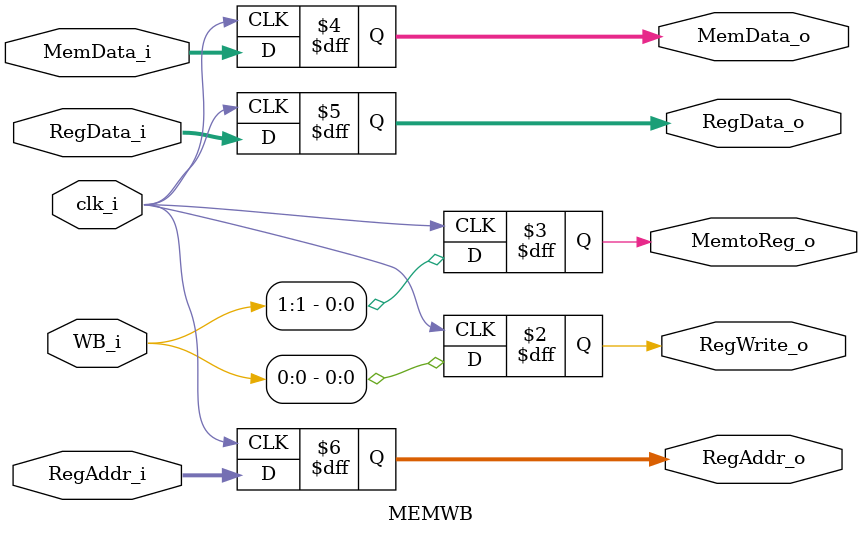
<source format=v>
module MEMWB
(
	clk_i,
	WB_i,
	MemData_i,
	RegData_i,
	RegAddr_i,
	RegWrite_o,
	MemtoReg_o,
	MemData_o,
	RegData_o,
	RegAddr_o
);

input clk_i;
input [1:0] WB_i;
input [31:0] MemData_i, RegData_i;
input [4:0] RegAddr_i;
output RegWrite_o, MemtoReg_o;
output [31:0] MemData_o, RegData_o;
output [4:0] RegAddr_o;
reg 	RegWrite_o,
	MemtoReg_o, 
	MemData_o,
	RegData_o,
	RegAddr_o;

always @ (posedge clk_i) begin
	$display("[MEMWB]WB_i[0] = %b, WB_i[1] = %b\n", WB_i[0], WB_i[1]);
 	RegWrite_o <= WB_i[0];
	MemtoReg_o <= WB_i[1];
	MemData_o <= MemData_i;
	RegData_o <= RegData_i;
	RegAddr_o <= RegAddr_i;
end

endmodule

</source>
